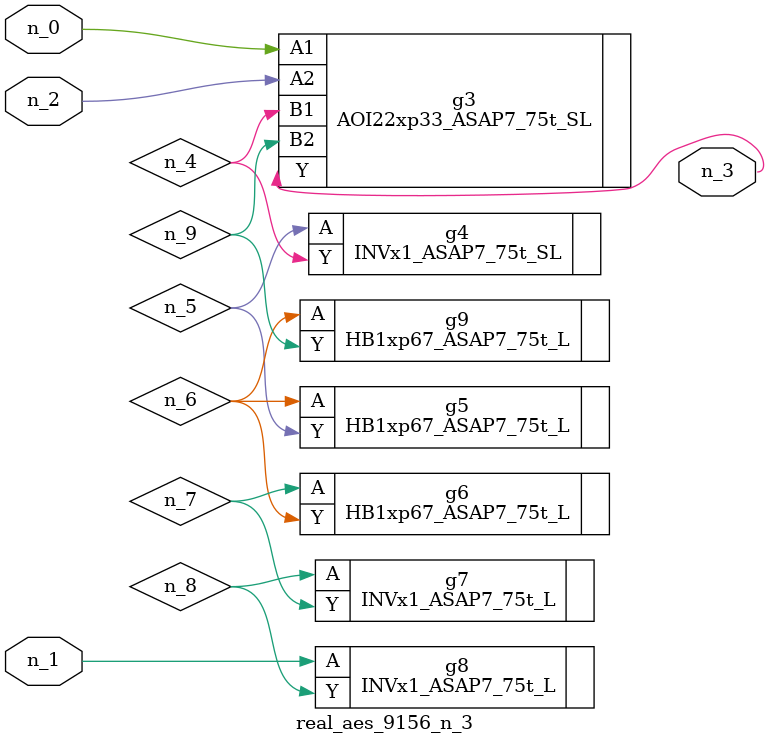
<source format=v>
module real_aes_9156_n_3 (n_0, n_2, n_1, n_3);
input n_0;
input n_2;
input n_1;
output n_3;
wire n_4;
wire n_5;
wire n_7;
wire n_9;
wire n_6;
wire n_8;
AOI22xp33_ASAP7_75t_SL g3 ( .A1(n_0), .A2(n_2), .B1(n_4), .B2(n_9), .Y(n_3) );
INVx1_ASAP7_75t_L g8 ( .A(n_1), .Y(n_8) );
INVx1_ASAP7_75t_SL g4 ( .A(n_5), .Y(n_4) );
HB1xp67_ASAP7_75t_L g5 ( .A(n_6), .Y(n_5) );
HB1xp67_ASAP7_75t_L g9 ( .A(n_6), .Y(n_9) );
HB1xp67_ASAP7_75t_L g6 ( .A(n_7), .Y(n_6) );
INVx1_ASAP7_75t_L g7 ( .A(n_8), .Y(n_7) );
endmodule
</source>
